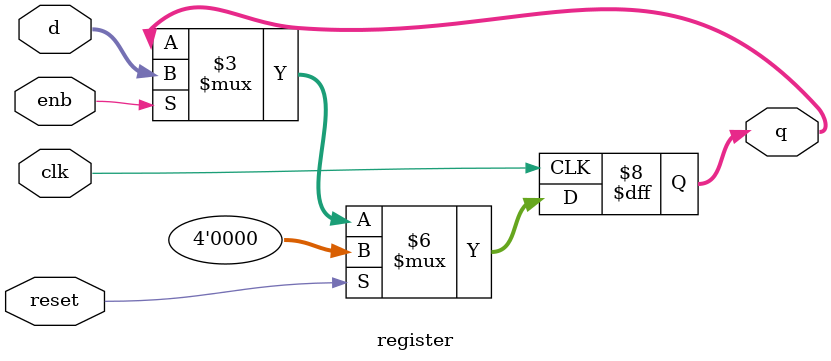
<source format=sv>
module register	
	#(parameter N = 4)
	(input logic clk, reset, enb, input logic [N-1:0] d, output logic [N-1:0] q);
	
	always_ff @(negedge clk)
		begin
		if (reset) q <= 'b0;
		else 
			begin
			if (enb) q <= d;
			else q <= q;
			end		
		end

endmodule

</source>
